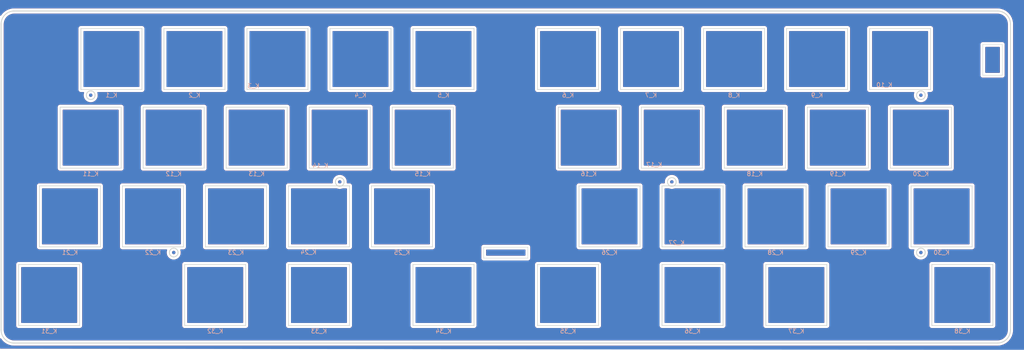
<source format=kicad_pcb>
(kicad_pcb (version 20171130) (host pcbnew 5.1.6-c6e7f7d~87~ubuntu20.04.1)
  (layers (0 F.Cu signal) (31 B.Cu signal) (34 B.Paste user) (35 F.Paste user) (36 B.SilkS user) (37 F.SilkS user) (38 B.Mask user) (39 F.Mask user) (44 Edge.Cuts user))
  (net 0 "")
  (module custom_kicad:platecutout (layer F.Cu) (at 218.52382 23.97532)
    (fp_text reference K_10 (at -3.60426 5.95096) (layer B.SilkS) (effects (justify mirror)))
    (fp_text value KEYSW)
    (fp_line (start 7 -7) (end -7 -7) (layer Edge.Cuts) (width 0.15))
    (fp_line (start -7 -7) (end -7 7) (layer Edge.Cuts) (width 0.15))
    (fp_line (start -7 7) (end 7 7) (layer Edge.Cuts) (width 0.15))
    (fp_line (start 7 7) (end 7 -7) (layer Edge.Cuts) (width 0.15))
  )
  (module custom_kicad:platecutout (layer F.Cu) (at 232.81132 78.12532)
    (fp_text reference K_38 (at 0 8.3) (layer B.SilkS) (effects (justify mirror)))
    (fp_text value KEYSW)
    (fp_line (start 7 -7) (end -7 -7) (layer Edge.Cuts) (width 0.15))
    (fp_line (start -7 -7) (end -7 7) (layer Edge.Cuts) (width 0.15))
    (fp_line (start -7 7) (end 7 7) (layer Edge.Cuts) (width 0.15))
    (fp_line (start 7 7) (end 7 -7) (layer Edge.Cuts) (width 0.15))
  )
  (module custom_kicad:platecutout (layer F.Cu) (at 85.17386 78.12532)
    (fp_text reference K_33 (at 0 8.3) (layer B.SilkS) (effects (justify mirror)))
    (fp_text value KEYSW)
    (fp_line (start 7 -7) (end -7 -7) (layer Edge.Cuts) (width 0.15))
    (fp_line (start -7 -7) (end -7 7) (layer Edge.Cuts) (width 0.15))
    (fp_line (start -7 7) (end 7 7) (layer Edge.Cuts) (width 0.15))
    (fp_line (start 7 7) (end 7 -7) (layer Edge.Cuts) (width 0.15))
  )
  (module custom_kicad:platecutout (layer F.Cu) (at 23.26132 78.12532)
    (fp_text reference K_31 (at 0 8.3) (layer B.SilkS) (effects (justify mirror)))
    (fp_text value KEYSW)
    (fp_line (start 7 -7) (end -7 -7) (layer Edge.Cuts) (width 0.15))
    (fp_line (start -7 -7) (end -7 7) (layer Edge.Cuts) (width 0.15))
    (fp_line (start -7 7) (end 7 7) (layer Edge.Cuts) (width 0.15))
    (fp_line (start 7 7) (end 7 -7) (layer Edge.Cuts) (width 0.15))
  )
  (module custom_kicad:platecutout (layer F.Cu) (at 70.88632 42.02532)
    (fp_text reference K_13 (at 0 8.3) (layer B.SilkS) (effects (justify mirror)))
    (fp_text value KEYSW)
    (fp_line (start 7 -7) (end -7 -7) (layer Edge.Cuts) (width 0.15))
    (fp_line (start -7 -7) (end -7 7) (layer Edge.Cuts) (width 0.15))
    (fp_line (start -7 7) (end 7 7) (layer Edge.Cuts) (width 0.15))
    (fp_line (start 7 7) (end 7 -7) (layer Edge.Cuts) (width 0.15))
  )
  (module custom_kicad:platecutout (layer F.Cu) (at 161.37382 23.97532)
    (fp_text reference K_7 (at 0 8.3) (layer B.SilkS) (effects (justify mirror)))
    (fp_text value KEYSW)
    (fp_line (start 7 -7) (end -7 -7) (layer Edge.Cuts) (width 0.15))
    (fp_line (start -7 -7) (end -7 7) (layer Edge.Cuts) (width 0.15))
    (fp_line (start -7 7) (end 7 7) (layer Edge.Cuts) (width 0.15))
    (fp_line (start 7 7) (end 7 -7) (layer Edge.Cuts) (width 0.15))
  )
  (module custom_kicad:platecutout (layer F.Cu) (at 223.28632 42.02532)
    (fp_text reference K_20 (at 0 8.3) (layer B.SilkS) (effects (justify mirror)))
    (fp_text value KEYSW)
    (fp_line (start 7 -7) (end -7 -7) (layer Edge.Cuts) (width 0.15))
    (fp_line (start -7 -7) (end -7 7) (layer Edge.Cuts) (width 0.15))
    (fp_line (start -7 7) (end 7 7) (layer Edge.Cuts) (width 0.15))
    (fp_line (start 7 7) (end 7 -7) (layer Edge.Cuts) (width 0.15))
  )
  (module custom_kicad:platecutout (layer F.Cu) (at 194.71132 78.12532)
    (fp_text reference K_37 (at 0 8.3) (layer B.SilkS) (effects (justify mirror)))
    (fp_text value KEYSW)
    (fp_line (start 7 -7) (end -7 -7) (layer Edge.Cuts) (width 0.15))
    (fp_line (start -7 -7) (end -7 7) (layer Edge.Cuts) (width 0.15))
    (fp_line (start -7 7) (end 7 7) (layer Edge.Cuts) (width 0.15))
    (fp_line (start 7 7) (end 7 -7) (layer Edge.Cuts) (width 0.15))
  )
  (module custom_kicad:platecutout (layer F.Cu) (at 170.89882 78.12532)
    (fp_text reference K_36 (at 0 8.3) (layer B.SilkS) (effects (justify mirror)))
    (fp_text value KEYSW)
    (fp_line (start 7 -7) (end -7 -7) (layer Edge.Cuts) (width 0.15))
    (fp_line (start -7 -7) (end -7 7) (layer Edge.Cuts) (width 0.15))
    (fp_line (start -7 7) (end 7 7) (layer Edge.Cuts) (width 0.15))
    (fp_line (start 7 7) (end 7 -7) (layer Edge.Cuts) (width 0.15))
  )
  (module custom_kicad:platecutout (layer F.Cu) (at 142.32386 78.12532)
    (fp_text reference K_35 (at 0 8.3) (layer B.SilkS) (effects (justify mirror)))
    (fp_text value KEYSW)
    (fp_line (start 7 -7) (end -7 -7) (layer Edge.Cuts) (width 0.15))
    (fp_line (start -7 -7) (end -7 7) (layer Edge.Cuts) (width 0.15))
    (fp_line (start -7 7) (end 7 7) (layer Edge.Cuts) (width 0.15))
    (fp_line (start 7 7) (end 7 -7) (layer Edge.Cuts) (width 0.15))
  )
  (module custom_kicad:platecutout (layer F.Cu) (at 113.74886 78.12532)
    (fp_text reference K_34 (at 0 8.3) (layer B.SilkS) (effects (justify mirror)))
    (fp_text value KEYSW)
    (fp_line (start 7 -7) (end -7 -7) (layer Edge.Cuts) (width 0.15))
    (fp_line (start -7 -7) (end -7 7) (layer Edge.Cuts) (width 0.15))
    (fp_line (start -7 7) (end 7 7) (layer Edge.Cuts) (width 0.15))
    (fp_line (start 7 7) (end 7 -7) (layer Edge.Cuts) (width 0.15))
  )
  (module custom_kicad:platecutout (layer F.Cu) (at 61.36136 78.12532)
    (fp_text reference K_32 (at 0 8.3) (layer B.SilkS) (effects (justify mirror)))
    (fp_text value KEYSW)
    (fp_line (start 7 -7) (end -7 -7) (layer Edge.Cuts) (width 0.15))
    (fp_line (start -7 -7) (end -7 7) (layer Edge.Cuts) (width 0.15))
    (fp_line (start -7 7) (end 7 7) (layer Edge.Cuts) (width 0.15))
    (fp_line (start 7 7) (end 7 -7) (layer Edge.Cuts) (width 0.15))
  )
  (module custom_kicad:platecutout (layer F.Cu) (at 228.04882 60.07532)
    (fp_text reference K_30 (at 0 8.3) (layer B.SilkS) (effects (justify mirror)))
    (fp_text value KEYSW)
    (fp_line (start 7 -7) (end -7 -7) (layer Edge.Cuts) (width 0.15))
    (fp_line (start -7 -7) (end -7 7) (layer Edge.Cuts) (width 0.15))
    (fp_line (start -7 7) (end 7 7) (layer Edge.Cuts) (width 0.15))
    (fp_line (start 7 7) (end 7 -7) (layer Edge.Cuts) (width 0.15))
  )
  (module custom_kicad:platecutout (layer F.Cu) (at 208.99882 60.07532)
    (fp_text reference K_29 (at 0 8.3) (layer B.SilkS) (effects (justify mirror)))
    (fp_text value KEYSW)
    (fp_line (start 7 -7) (end -7 -7) (layer Edge.Cuts) (width 0.15))
    (fp_line (start -7 -7) (end -7 7) (layer Edge.Cuts) (width 0.15))
    (fp_line (start -7 7) (end 7 7) (layer Edge.Cuts) (width 0.15))
    (fp_line (start 7 7) (end 7 -7) (layer Edge.Cuts) (width 0.15))
  )
  (module custom_kicad:platecutout (layer F.Cu) (at 189.94882 60.07532)
    (fp_text reference K_28 (at 0 8.3) (layer B.SilkS) (effects (justify mirror)))
    (fp_text value KEYSW)
    (fp_line (start 7 -7) (end -7 -7) (layer Edge.Cuts) (width 0.15))
    (fp_line (start -7 -7) (end -7 7) (layer Edge.Cuts) (width 0.15))
    (fp_line (start -7 7) (end 7 7) (layer Edge.Cuts) (width 0.15))
    (fp_line (start 7 7) (end 7 -7) (layer Edge.Cuts) (width 0.15))
  )
  (module custom_kicad:platecutout (layer F.Cu) (at 170.89882 60.07532)
    (fp_text reference K_27 (at -3.6449 6.08152) (layer B.SilkS) (effects (justify mirror)))
    (fp_text value KEYSW)
    (fp_line (start 7 -7) (end -7 -7) (layer Edge.Cuts) (width 0.15))
    (fp_line (start -7 -7) (end -7 7) (layer Edge.Cuts) (width 0.15))
    (fp_line (start -7 7) (end 7 7) (layer Edge.Cuts) (width 0.15))
    (fp_line (start 7 7) (end 7 -7) (layer Edge.Cuts) (width 0.15))
  )
  (module custom_kicad:platecutout (layer F.Cu) (at 151.84882 60.07532)
    (fp_text reference K_26 (at 0 8.3) (layer B.SilkS) (effects (justify mirror)))
    (fp_text value KEYSW)
    (fp_line (start 7 -7) (end -7 -7) (layer Edge.Cuts) (width 0.15))
    (fp_line (start -7 -7) (end -7 7) (layer Edge.Cuts) (width 0.15))
    (fp_line (start -7 7) (end 7 7) (layer Edge.Cuts) (width 0.15))
    (fp_line (start 7 7) (end 7 -7) (layer Edge.Cuts) (width 0.15))
  )
  (module custom_kicad:platecutout (layer F.Cu) (at 104.22382 60.07532)
    (fp_text reference K_25 (at 0 8.3) (layer B.SilkS) (effects (justify mirror)))
    (fp_text value KEYSW)
    (fp_line (start 7 -7) (end -7 -7) (layer Edge.Cuts) (width 0.15))
    (fp_line (start -7 -7) (end -7 7) (layer Edge.Cuts) (width 0.15))
    (fp_line (start -7 7) (end 7 7) (layer Edge.Cuts) (width 0.15))
    (fp_line (start 7 7) (end 7 -7) (layer Edge.Cuts) (width 0.15))
  )
  (module custom_kicad:platecutout (layer F.Cu) (at 85.17382 60.07532)
    (fp_text reference K_24 (at -2.39522 8.22528) (layer B.SilkS) (effects (justify mirror)))
    (fp_text value KEYSW)
    (fp_line (start 7 -7) (end -7 -7) (layer Edge.Cuts) (width 0.15))
    (fp_line (start -7 -7) (end -7 7) (layer Edge.Cuts) (width 0.15))
    (fp_line (start -7 7) (end 7 7) (layer Edge.Cuts) (width 0.15))
    (fp_line (start 7 7) (end 7 -7) (layer Edge.Cuts) (width 0.15))
  )
  (module custom_kicad:platecutout (layer F.Cu) (at 66.12382 60.07532)
    (fp_text reference K_23 (at 0 8.3) (layer B.SilkS) (effects (justify mirror)))
    (fp_text value KEYSW)
    (fp_line (start 7 -7) (end -7 -7) (layer Edge.Cuts) (width 0.15))
    (fp_line (start -7 -7) (end -7 7) (layer Edge.Cuts) (width 0.15))
    (fp_line (start -7 7) (end 7 7) (layer Edge.Cuts) (width 0.15))
    (fp_line (start 7 7) (end 7 -7) (layer Edge.Cuts) (width 0.15))
  )
  (module custom_kicad:platecutout (layer F.Cu) (at 47.07382 60.07532)
    (fp_text reference K_22 (at 0 8.3) (layer B.SilkS) (effects (justify mirror)))
    (fp_text value KEYSW)
    (fp_line (start 7 -7) (end -7 -7) (layer Edge.Cuts) (width 0.15))
    (fp_line (start -7 -7) (end -7 7) (layer Edge.Cuts) (width 0.15))
    (fp_line (start -7 7) (end 7 7) (layer Edge.Cuts) (width 0.15))
    (fp_line (start 7 7) (end 7 -7) (layer Edge.Cuts) (width 0.15))
  )
  (module custom_kicad:platecutout (layer F.Cu) (at 28.02382 60.07532)
    (fp_text reference K_21 (at 0 8.3) (layer B.SilkS) (effects (justify mirror)))
    (fp_text value KEYSW)
    (fp_line (start 7 -7) (end -7 -7) (layer Edge.Cuts) (width 0.15))
    (fp_line (start -7 -7) (end -7 7) (layer Edge.Cuts) (width 0.15))
    (fp_line (start -7 7) (end 7 7) (layer Edge.Cuts) (width 0.15))
    (fp_line (start 7 7) (end 7 -7) (layer Edge.Cuts) (width 0.15))
  )
  (module custom_kicad:platecutout (layer F.Cu) (at 204.23632 42.02532)
    (fp_text reference K_19 (at 0 8.3) (layer B.SilkS) (effects (justify mirror)))
    (fp_text value KEYSW)
    (fp_line (start 7 -7) (end -7 -7) (layer Edge.Cuts) (width 0.15))
    (fp_line (start -7 -7) (end -7 7) (layer Edge.Cuts) (width 0.15))
    (fp_line (start -7 7) (end 7 7) (layer Edge.Cuts) (width 0.15))
    (fp_line (start 7 7) (end 7 -7) (layer Edge.Cuts) (width 0.15))
  )
  (module custom_kicad:platecutout (layer F.Cu) (at 185.18632 42.02532)
    (fp_text reference K_18 (at 0 8.3) (layer B.SilkS) (effects (justify mirror)))
    (fp_text value KEYSW)
    (fp_line (start 7 -7) (end -7 -7) (layer Edge.Cuts) (width 0.15))
    (fp_line (start -7 -7) (end -7 7) (layer Edge.Cuts) (width 0.15))
    (fp_line (start -7 7) (end 7 7) (layer Edge.Cuts) (width 0.15))
    (fp_line (start 7 7) (end 7 -7) (layer Edge.Cuts) (width 0.15))
  )
  (module custom_kicad:platecutout (layer F.Cu) (at 166.13632 42.02532)
    (fp_text reference K_17 (at -4.0386 6.19404) (layer B.SilkS) (effects (justify mirror)))
    (fp_text value KEYSW)
    (fp_line (start 7 -7) (end -7 -7) (layer Edge.Cuts) (width 0.15))
    (fp_line (start -7 -7) (end -7 7) (layer Edge.Cuts) (width 0.15))
    (fp_line (start -7 7) (end 7 7) (layer Edge.Cuts) (width 0.15))
    (fp_line (start 7 7) (end 7 -7) (layer Edge.Cuts) (width 0.15))
  )
  (module custom_kicad:platecutout (layer F.Cu) (at 147.08632 42.02532)
    (fp_text reference K_16 (at 0 8.3) (layer B.SilkS) (effects (justify mirror)))
    (fp_text value KEYSW)
    (fp_line (start 7 -7) (end -7 -7) (layer Edge.Cuts) (width 0.15))
    (fp_line (start -7 -7) (end -7 7) (layer Edge.Cuts) (width 0.15))
    (fp_line (start -7 7) (end 7 7) (layer Edge.Cuts) (width 0.15))
    (fp_line (start 7 7) (end 7 -7) (layer Edge.Cuts) (width 0.15))
  )
  (module custom_kicad:platecutout (layer F.Cu) (at 108.98632 42.02532)
    (fp_text reference K_15 (at 0 8.3) (layer B.SilkS) (effects (justify mirror)))
    (fp_text value KEYSW)
    (fp_line (start 7 -7) (end -7 -7) (layer Edge.Cuts) (width 0.15))
    (fp_line (start -7 -7) (end -7 7) (layer Edge.Cuts) (width 0.15))
    (fp_line (start -7 7) (end 7 7) (layer Edge.Cuts) (width 0.15))
    (fp_line (start 7 7) (end 7 -7) (layer Edge.Cuts) (width 0.15))
  )
  (module custom_kicad:platecutout (layer F.Cu) (at 89.93632 42.02532)
    (fp_text reference K_14 (at -4.45008 6.4074) (layer B.SilkS) (effects (justify mirror)))
    (fp_text value KEYSW)
    (fp_line (start 7 -7) (end -7 -7) (layer Edge.Cuts) (width 0.15))
    (fp_line (start -7 -7) (end -7 7) (layer Edge.Cuts) (width 0.15))
    (fp_line (start -7 7) (end 7 7) (layer Edge.Cuts) (width 0.15))
    (fp_line (start 7 7) (end 7 -7) (layer Edge.Cuts) (width 0.15))
  )
  (module custom_kicad:platecutout (layer F.Cu) (at 51.83632 42.02532)
    (fp_text reference K_12 (at 0 8.3) (layer B.SilkS) (effects (justify mirror)))
    (fp_text value KEYSW)
    (fp_line (start 7 -7) (end -7 -7) (layer Edge.Cuts) (width 0.15))
    (fp_line (start -7 -7) (end -7 7) (layer Edge.Cuts) (width 0.15))
    (fp_line (start -7 7) (end 7 7) (layer Edge.Cuts) (width 0.15))
    (fp_line (start 7 7) (end 7 -7) (layer Edge.Cuts) (width 0.15))
  )
  (module custom_kicad:platecutout (layer F.Cu) (at 32.78632 42.02532)
    (fp_text reference K_11 (at 0 8.3) (layer B.SilkS) (effects (justify mirror)))
    (fp_text value KEYSW)
    (fp_line (start 7 -7) (end -7 -7) (layer Edge.Cuts) (width 0.15))
    (fp_line (start -7 -7) (end -7 7) (layer Edge.Cuts) (width 0.15))
    (fp_line (start -7 7) (end 7 7) (layer Edge.Cuts) (width 0.15))
    (fp_line (start 7 7) (end 7 -7) (layer Edge.Cuts) (width 0.15))
  )
  (module custom_kicad:platecutout (layer F.Cu) (at 199.47382 23.97532)
    (fp_text reference K_9 (at 0 8.3) (layer B.SilkS) (effects (justify mirror)))
    (fp_text value KEYSW)
    (fp_line (start 7 -7) (end -7 -7) (layer Edge.Cuts) (width 0.15))
    (fp_line (start -7 -7) (end -7 7) (layer Edge.Cuts) (width 0.15))
    (fp_line (start -7 7) (end 7 7) (layer Edge.Cuts) (width 0.15))
    (fp_line (start 7 7) (end 7 -7) (layer Edge.Cuts) (width 0.15))
  )
  (module custom_kicad:platecutout (layer F.Cu) (at 180.42382 23.97532)
    (fp_text reference K_8 (at 0 8.3) (layer B.SilkS) (effects (justify mirror)))
    (fp_text value KEYSW)
    (fp_line (start 7 -7) (end -7 -7) (layer Edge.Cuts) (width 0.15))
    (fp_line (start -7 -7) (end -7 7) (layer Edge.Cuts) (width 0.15))
    (fp_line (start -7 7) (end 7 7) (layer Edge.Cuts) (width 0.15))
    (fp_line (start 7 7) (end 7 -7) (layer Edge.Cuts) (width 0.15))
  )
  (module custom_kicad:platecutout (layer F.Cu) (at 142.32382 23.97532)
    (fp_text reference K_6 (at 0 8.3) (layer B.SilkS) (effects (justify mirror)))
    (fp_text value KEYSW)
    (fp_line (start 7 -7) (end -7 -7) (layer Edge.Cuts) (width 0.15))
    (fp_line (start -7 -7) (end -7 7) (layer Edge.Cuts) (width 0.15))
    (fp_line (start -7 7) (end 7 7) (layer Edge.Cuts) (width 0.15))
    (fp_line (start 7 7) (end 7 -7) (layer Edge.Cuts) (width 0.15))
  )
  (module custom_kicad:platecutout (layer F.Cu) (at 113.74882 23.97532)
    (fp_text reference K_5 (at 0 8.3) (layer B.SilkS) (effects (justify mirror)))
    (fp_text value KEYSW)
    (fp_line (start 7 -7) (end -7 -7) (layer Edge.Cuts) (width 0.15))
    (fp_line (start -7 -7) (end -7 7) (layer Edge.Cuts) (width 0.15))
    (fp_line (start -7 7) (end 7 7) (layer Edge.Cuts) (width 0.15))
    (fp_line (start 7 7) (end 7 -7) (layer Edge.Cuts) (width 0.15))
  )
  (module custom_kicad:platecutout (layer F.Cu) (at 94.69882 23.97532)
    (fp_text reference K_4 (at 0 8.3) (layer B.SilkS) (effects (justify mirror)))
    (fp_text value KEYSW)
    (fp_line (start 7 -7) (end -7 -7) (layer Edge.Cuts) (width 0.15))
    (fp_line (start -7 -7) (end -7 7) (layer Edge.Cuts) (width 0.15))
    (fp_line (start -7 7) (end 7 7) (layer Edge.Cuts) (width 0.15))
    (fp_line (start 7 7) (end 7 -7) (layer Edge.Cuts) (width 0.15))
  )
  (module custom_kicad:platecutout (layer F.Cu) (at 75.64882 23.97532)
    (fp_text reference K_3 (at -5.4991 6.18972) (layer B.SilkS) (effects (justify mirror)))
    (fp_text value KEYSW)
    (fp_line (start 7 -7) (end -7 -7) (layer Edge.Cuts) (width 0.15))
    (fp_line (start -7 -7) (end -7 7) (layer Edge.Cuts) (width 0.15))
    (fp_line (start -7 7) (end 7 7) (layer Edge.Cuts) (width 0.15))
    (fp_line (start 7 7) (end 7 -7) (layer Edge.Cuts) (width 0.15))
  )
  (module custom_kicad:platecutout (layer F.Cu) (at 56.59882 23.97532)
    (fp_text reference K_2 (at 0 8.3) (layer B.SilkS) (effects (justify mirror)))
    (fp_text value KEYSW)
    (fp_line (start 7 -7) (end -7 -7) (layer Edge.Cuts) (width 0.15))
    (fp_line (start -7 -7) (end -7 7) (layer Edge.Cuts) (width 0.15))
    (fp_line (start -7 7) (end 7 7) (layer Edge.Cuts) (width 0.15))
    (fp_line (start 7 7) (end 7 -7) (layer Edge.Cuts) (width 0.15))
  )
  (module custom_kicad:platecutout (layer F.Cu) (at 37.54882 23.97532)
    (fp_text reference K_1 (at 0 8.3) (layer B.SilkS) (effects (justify mirror)))
    (fp_text value KEYSW)
    (fp_line (start 7 -7) (end -7 -7) (layer Edge.Cuts) (width 0.15))
    (fp_line (start -7 -7) (end -7 7) (layer Edge.Cuts) (width 0.15))
    (fp_line (start -7 7) (end 7 7) (layer Edge.Cuts) (width 0.15))
    (fp_line (start 7 7) (end 7 -7) (layer Edge.Cuts) (width 0.15))
  )
  (gr_line (start 237.50778 27.70378) (end 237.51032 20.64004) (layer Edge.Cuts) (width 0.1))
  (gr_line (start 241.97056 27.70378) (end 237.50778 27.70378) (layer Edge.Cuts) (width 0.1))
  (gr_line (start 241.97056 20.64004) (end 241.97056 27.70378) (layer Edge.Cuts) (width 0.1))
  (gr_line (start 237.51032 20.64004) (end 241.97056 20.64004) (layer Edge.Cuts) (width 0.1))
  (gr_line (start 133.11124 67.14236) (end 133.08584 67.14236) (layer Edge.Cuts) (width 0.1))
  (gr_line (start 133.11124 69.65696) (end 133.11124 67.14236) (layer Edge.Cuts) (width 0.1))
  (gr_line (start 122.97664 69.65696) (end 133.11124 69.65696) (layer Edge.Cuts) (width 0.1))
  (gr_line (start 122.97664 67.14236) (end 122.97664 69.65696) (layer Edge.Cuts) (width 0.1))
  (gr_line (start 133.11124 67.14236) (end 122.97664 67.14236) (layer Edge.Cuts) (width 0.1))
  (gr_line (start 240.85418 12.95338) (end 15.23418 12.95338) (layer Edge.Cuts) (width 0.2))
  (gr_circle (center 166.14418 52.17838) (end 167.14418 52.17838) (layer Edge.Cuts) (width 0.2))
  (gr_line (start 243.85418 86.15338) (end 243.85418 15.95338) (layer Edge.Cuts) (width 0.2))
  (gr_arc (start 15.23418 15.95338) (end 15.23418 12.95338) (angle -90) (layer Edge.Cuts) (width 0.2))
  (gr_arc (start 240.85418 86.15338) (end 240.85418 89.15338) (angle -90) (layer Edge.Cuts) (width 0.2))
  (gr_circle (center 89.94418 52.17838) (end 90.94418 52.17838) (layer Edge.Cuts) (width 0.2))
  (gr_arc (start 240.85418 15.95338) (end 243.85418 15.95338) (angle -90) (layer Edge.Cuts) (width 0.2))
  (gr_line (start 15.23418 89.15338) (end 240.85418 89.15338) (layer Edge.Cuts) (width 0.2))
  (gr_circle (center 51.84418 68.37838) (end 52.84418 68.37838) (layer Edge.Cuts) (width 0.2))
  (gr_circle (center 223.29418 68.37838) (end 224.29418 68.37838) (layer Edge.Cuts) (width 0.2))
  (gr_arc (start 15.23418 86.15338) (end 12.23418 86.15338) (angle -90) (layer Edge.Cuts) (width 0.2))
  (gr_circle (center 223.29418 32.27838) (end 224.29418 32.27838) (layer Edge.Cuts) (width 0.2))
  (gr_circle (center 32.79418 32.27838) (end 33.79418 32.27838) (layer Edge.Cuts) (width 0.2))
  (gr_line (start 12.23418 15.95338) (end 12.23418 86.15338) (layer Edge.Cuts) (width 0.2))
  (zone (net 0) (net_name "") (layer F.Cu) (connect_pads (clearance 0.508)) (min_thickness 0.254) (fill yes (arc_segments 32) (thermal_gap 0.508) (thermal_bridge_width 0.508))
    (polygon (pts (xy 246.97992 90.43248) (xy 11.97992 90.43248) (xy 11.97992 10.43248) (xy 246.97992 10.43248)))
  )
  (zone (net 0) (net_name "") (layer B.Cu) (connect_pads (clearance 0.508)) (min_thickness 0.254) (fill yes (arc_segments 32) (thermal_gap 0.508) (thermal_bridge_width 0.508))
    (polygon (pts (xy 246.97992 10.43248) (xy 11.97992 10.43248) (xy 11.97992 90.43248) (xy 246.97992 90.70848)))
  )
)
</source>
